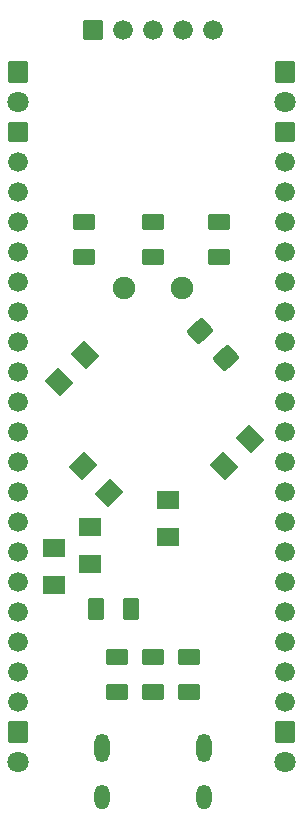
<source format=gbs>
G04 Layer: BottomSolderMaskLayer*
G04 EasyEDA v6.5.22, 2023-04-11 13:21:22*
G04 98130e1011dd41a8879dcb9a727c9930,770f52a9c06342aeb7d9f723a0e8078a,10*
G04 Gerber Generator version 0.2*
G04 Scale: 100 percent, Rotated: No, Reflected: No *
G04 Dimensions in inches *
G04 leading zeros omitted , absolute positions ,3 integer and 6 decimal *
%FSLAX36Y36*%
%MOIN*%

%AMMACRO1*1,1,$1,$2,$3*1,1,$1,$4,$5*1,1,$1,0-$2,0-$3*1,1,$1,0-$4,0-$5*20,1,$1,$2,$3,$4,$5,0*20,1,$1,$4,$5,0-$2,0-$3,0*20,1,$1,0-$2,0-$3,0-$4,0-$5,0*20,1,$1,0-$4,0-$5,$2,$3,0*4,1,4,$2,$3,$4,$5,0-$2,0-$3,0-$4,0-$5,$2,$3,0*%
%ADD10MACRO1,0.004X0.0335X0.0238X-0.0335X0.0238*%
%ADD11MACRO1,0.004X0.0335X-0.0238X-0.0335X-0.0238*%
%ADD12MACRO1,0.004X-0.0335X-0.0238X0.0335X-0.0238*%
%ADD13MACRO1,0.004X-0.0335X0.0238X0.0335X0.0238*%
%ADD14MACRO1,0.004X-0.034X-0.0292X0.034X-0.0292*%
%ADD15MACRO1,0.004X-0.034X0.0292X0.034X0.0292*%
%ADD16MACRO1,0.004X0.034X0.0292X-0.034X0.0292*%
%ADD17MACRO1,0.004X0.034X-0.0292X-0.034X-0.0292*%
%ADD18MACRO1,0.004X0.0238X-0.0335X0.0238X0.0335*%
%ADD19MACRO1,0.004X-0.0238X-0.0335X-0.0238X0.0335*%
%ADD20MACRO1,0.004X-0.0447X0.0034X0.0034X-0.0447*%
%ADD21MACRO1,0.004X-0.0034X0.0447X0.0447X-0.0034*%
%ADD22MACRO1,0.004X0.0034X0.0447X-0.0447X-0.0034*%
%ADD23MACRO1,0.004X0.0447X0.0034X-0.0034X-0.0447*%
%ADD24MACRO1,0.004X0.0448X0.0018X-0.0049X-0.0446*%
%ADD25MACRO1,0.004X0.0049X0.0446X-0.0448X-0.0018*%
%ADD26MACRO1,0.004X0.0034X-0.0447X-0.0447X0.0034*%
%ADD27MACRO1,0.004X0.0447X-0.0034X-0.0034X0.0447*%
%ADD28MACRO1,0.004X0.031X0.0335X0.031X-0.0335*%
%ADD29C,0.0709*%
%ADD30O,0.051244000000000005X0.08274000000000001*%
%ADD31O,0.051244000000000005X0.094551*%
%ADD32C,0.0660*%
%ADD33MACRO1,0.004X-0.031X0.031X0.031X0.031*%
%ADD34MACRO1,0.004X0.031X0.031X0.031X-0.031*%
%ADD35C,0.0749*%

%LPD*%
D10*
G01*
X620000Y-2268218D03*
D11*
G01*
X620000Y-2151781D03*
D12*
G01*
X500000Y-2151781D03*
D13*
G01*
X500000Y-2268218D03*
D10*
G01*
X380000Y-2268218D03*
D11*
G01*
X380000Y-2151781D03*
D10*
G01*
X270000Y-818218D03*
D11*
G01*
X270000Y-701781D03*
D10*
G01*
X500000Y-818218D03*
D11*
G01*
X500000Y-701781D03*
D10*
G01*
X720000Y-818218D03*
D11*
G01*
X720000Y-701781D03*
D14*
G01*
X550000Y-1627302D03*
D15*
G01*
X550000Y-1752697D03*
D16*
G01*
X290000Y-1842697D03*
D17*
G01*
X290000Y-1717302D03*
D16*
G01*
X170000Y-1912697D03*
D17*
G01*
X170000Y-1787302D03*
D18*
G01*
X311781Y-1990000D03*
D19*
G01*
X428218Y-1990000D03*
D20*
G01*
X274333Y-1145666D03*
D21*
G01*
X185666Y-1234333D03*
D22*
G01*
X354333Y-1604333D03*
D23*
G01*
X265666Y-1515666D03*
D24*
G01*
X657240Y-1064146D03*
D25*
G01*
X742759Y-1155853D03*
D26*
G01*
X824333Y-1425666D03*
D27*
G01*
X735666Y-1514333D03*
D28*
G01*
X50000Y-200000D03*
D29*
G01*
X50000Y-300000D03*
D28*
G01*
X940000Y-200000D03*
D29*
G01*
X940000Y-300000D03*
D28*
G01*
X50000Y-2400000D03*
D29*
G01*
X50000Y-2500000D03*
D28*
G01*
X940000Y-2400000D03*
D29*
G01*
X940000Y-2500000D03*
D30*
G01*
X329929Y-2617449D03*
G01*
X670079Y-2617449D03*
D31*
G01*
X670079Y-2454070D03*
G01*
X329929Y-2454070D03*
D32*
G01*
X700000Y-60000D03*
G01*
X600000Y-60000D03*
G01*
X500000Y-60000D03*
G01*
X400000Y-60000D03*
D33*
G01*
X300000Y-60000D03*
D32*
G01*
X50000Y-2300000D03*
G01*
X50000Y-2200000D03*
G01*
X50000Y-2100000D03*
G01*
X50000Y-2000000D03*
G01*
X50000Y-1900000D03*
G01*
X50000Y-1800000D03*
G01*
X50000Y-1700000D03*
G01*
X50000Y-1600000D03*
G01*
X50000Y-1500000D03*
G01*
X50000Y-1400000D03*
G01*
X50000Y-1300000D03*
G01*
X50000Y-1200000D03*
G01*
X50000Y-1100000D03*
G01*
X50000Y-1000000D03*
G01*
X50000Y-900000D03*
G01*
X50000Y-800000D03*
G01*
X50000Y-700000D03*
G01*
X50000Y-600000D03*
G01*
X50000Y-500000D03*
D34*
G01*
X50000Y-400000D03*
D32*
G01*
X940000Y-2300000D03*
G01*
X940000Y-2200000D03*
G01*
X940000Y-2100000D03*
G01*
X940000Y-2000000D03*
G01*
X940000Y-1900000D03*
G01*
X940000Y-1800000D03*
G01*
X940000Y-1700000D03*
G01*
X940000Y-1600000D03*
G01*
X940000Y-1500000D03*
G01*
X940000Y-1400000D03*
G01*
X940000Y-1300000D03*
G01*
X940000Y-1200000D03*
G01*
X940000Y-1100000D03*
G01*
X940000Y-1000000D03*
G01*
X940000Y-900000D03*
G01*
X940000Y-800000D03*
G01*
X940000Y-700000D03*
G01*
X940000Y-600000D03*
G01*
X940000Y-500000D03*
D34*
G01*
X940000Y-400000D03*
D35*
G01*
X403939Y-920000D03*
G01*
X596060Y-920000D03*
M02*

</source>
